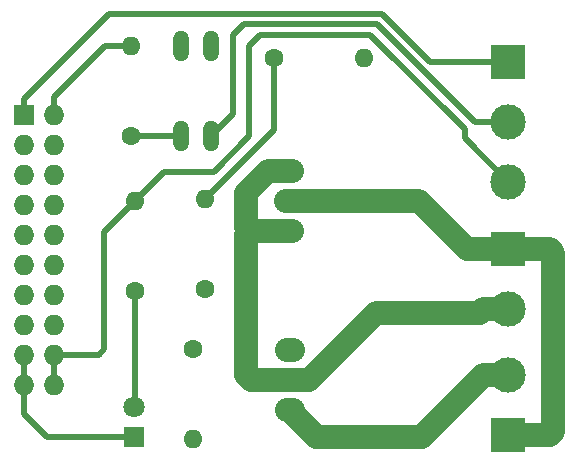
<source format=gbr>
G04 #@! TF.GenerationSoftware,KiCad,Pcbnew,(2017-11-24 revision a01d81e4b)-makepkg*
G04 #@! TF.CreationDate,2017-12-25T08:13:52+07:00*
G04 #@! TF.ProjectId,Motor DC power,4D6F746F7220444320706F7765722E6B,rev?*
G04 #@! TF.SameCoordinates,Original*
G04 #@! TF.FileFunction,Copper,L2,Bot,Signal*
G04 #@! TF.FilePolarity,Positive*
%FSLAX46Y46*%
G04 Gerber Fmt 4.6, Leading zero omitted, Abs format (unit mm)*
G04 Created by KiCad (PCBNEW (2017-11-24 revision a01d81e4b)-makepkg) date 12/25/17 08:13:52*
%MOMM*%
%LPD*%
G01*
G04 APERTURE LIST*
%ADD10R,1.800000X1.800000*%
%ADD11C,1.800000*%
%ADD12C,1.600000*%
%ADD13O,1.600000X1.600000*%
%ADD14O,2.540000X2.032000*%
%ADD15R,1.727200X1.727200*%
%ADD16O,1.727200X1.727200*%
%ADD17R,3.000000X3.000000*%
%ADD18C,3.000000*%
%ADD19O,1.320800X2.641600*%
%ADD20C,0.500000*%
%ADD21C,2.000000*%
G04 APERTURE END LIST*
D10*
X112050000Y-121925000D03*
D11*
X112050000Y-119385000D03*
D12*
X117000000Y-114500000D03*
D13*
X117000000Y-122120000D03*
D14*
X125100000Y-101960000D03*
X125100000Y-104500000D03*
X125100000Y-99420000D03*
D15*
X102700000Y-94665000D03*
D16*
X105240000Y-94665000D03*
X102700000Y-97205000D03*
X105240000Y-97205000D03*
X102700000Y-99745000D03*
X105240000Y-99745000D03*
X102700000Y-102285000D03*
X105240000Y-102285000D03*
X102700000Y-104825000D03*
X105240000Y-104825000D03*
X102700000Y-107365000D03*
X105240000Y-107365000D03*
X102700000Y-109905000D03*
X105240000Y-109905000D03*
X102700000Y-112445000D03*
X105240000Y-112445000D03*
X102700000Y-114985000D03*
X105240000Y-114985000D03*
X102700000Y-117525000D03*
X105240000Y-117525000D03*
D17*
X143700000Y-90190000D03*
D18*
X143700000Y-95270000D03*
X143700000Y-100350000D03*
D17*
X143700000Y-106020000D03*
D18*
X143700000Y-111100000D03*
D17*
X143700000Y-121780000D03*
D18*
X143700000Y-116700000D03*
D14*
X125200000Y-117100000D03*
X125200000Y-119640000D03*
X125200000Y-114560000D03*
D12*
X111750000Y-96450000D03*
D13*
X111750000Y-88830000D03*
D12*
X123900000Y-89875000D03*
D13*
X131520000Y-89875000D03*
D12*
X112100000Y-109570000D03*
D13*
X112100000Y-101950000D03*
D12*
X118025000Y-109425000D03*
D13*
X118025000Y-101805000D03*
D19*
X116005000Y-96460000D03*
X118545000Y-96460000D03*
X118545000Y-88840000D03*
X116005000Y-88840000D03*
D20*
X143700000Y-95270000D02*
X140909485Y-95270000D01*
X140909485Y-95270000D02*
X132593588Y-86954103D01*
X132593588Y-86954103D02*
X121369587Y-86954103D01*
X121369587Y-86954103D02*
X120396907Y-87926783D01*
X120396907Y-87926783D02*
X120396907Y-94608093D01*
X120396907Y-94608093D02*
X118545000Y-96460000D01*
X102700000Y-114985000D02*
X102700000Y-117525000D01*
X104675000Y-121925000D02*
X102700000Y-119950000D01*
X102700000Y-119950000D02*
X102700000Y-117525000D01*
X112050000Y-121925000D02*
X104675000Y-121925000D01*
X112100000Y-109570000D02*
X112100000Y-119335000D01*
X112100000Y-119335000D02*
X112050000Y-119385000D01*
D21*
X143700000Y-116700000D02*
X141578680Y-116700000D01*
X141578680Y-116700000D02*
X136378680Y-121900000D01*
X136378680Y-121900000D02*
X127460000Y-121900000D01*
X127460000Y-121900000D02*
X125200000Y-119640000D01*
X147500000Y-121480000D02*
X147500000Y-106320000D01*
X147500000Y-106320000D02*
X147200000Y-106020000D01*
X147200000Y-106020000D02*
X143700000Y-106020000D01*
X143700000Y-121780000D02*
X147200000Y-121780000D01*
X147200000Y-121780000D02*
X147500000Y-121480000D01*
X143700000Y-106020000D02*
X140200000Y-106020000D01*
X140200000Y-106020000D02*
X136140000Y-101960000D01*
X136140000Y-101960000D02*
X128370000Y-101960000D01*
X128370000Y-101960000D02*
X125100000Y-101960000D01*
X143700000Y-111100000D02*
X141578680Y-111100000D01*
X141578680Y-111100000D02*
X141287070Y-111391610D01*
X141287070Y-111391610D02*
X132537139Y-111391610D01*
X132537139Y-111391610D02*
X126828749Y-117100000D01*
X126828749Y-117100000D02*
X125200000Y-117100000D01*
X121830000Y-104500000D02*
X121500000Y-104830000D01*
X121500000Y-104830000D02*
X121500000Y-116670000D01*
X121500000Y-116670000D02*
X121930000Y-117100000D01*
X121930000Y-117100000D02*
X125200000Y-117100000D01*
X125100000Y-104500000D02*
X121830000Y-104500000D01*
X121830000Y-104500000D02*
X121500000Y-104170000D01*
X121500000Y-101300000D02*
X121500000Y-104170000D01*
X123380000Y-99420000D02*
X121500000Y-101300000D01*
X125100000Y-99420000D02*
X123380000Y-99420000D01*
D20*
X102700000Y-94665000D02*
X102700000Y-93301400D01*
X102700000Y-93301400D02*
X109879028Y-86122372D01*
X109879028Y-86122372D02*
X132972040Y-86122372D01*
X132972040Y-86122372D02*
X137039668Y-90190000D01*
X137039668Y-90190000D02*
X143700000Y-90190000D01*
X105240000Y-94665000D02*
X105240000Y-93169000D01*
X105240000Y-93169000D02*
X109579000Y-88830000D01*
X109579000Y-88830000D02*
X111750000Y-88830000D01*
X143700000Y-100350000D02*
X140000000Y-96650000D01*
X118750000Y-99500000D02*
X114550000Y-99500000D01*
X140000000Y-96650000D02*
X140000000Y-95881864D01*
X112899999Y-101150001D02*
X112100000Y-101950000D01*
X140000000Y-95881864D02*
X132028738Y-87910602D01*
X132028738Y-87910602D02*
X122670116Y-87910602D01*
X122670116Y-87910602D02*
X121789694Y-88791024D01*
X121789694Y-88791024D02*
X121789694Y-96460306D01*
X121789694Y-96460306D02*
X118750000Y-99500000D01*
X114550000Y-99500000D02*
X112899999Y-101150001D01*
X105240000Y-114985000D02*
X109015000Y-114985000D01*
X109478684Y-114521316D02*
X109478684Y-104571316D01*
X109478684Y-104571316D02*
X112100000Y-101950000D01*
X109015000Y-114985000D02*
X109478684Y-114521316D01*
X105240000Y-114985000D02*
X105240000Y-117525000D01*
X111750000Y-96450000D02*
X115995000Y-96450000D01*
X115995000Y-96450000D02*
X116005000Y-96460000D01*
X118025000Y-101805000D02*
X123900000Y-95930000D01*
X123900000Y-95930000D02*
X123900000Y-89875000D01*
M02*

</source>
